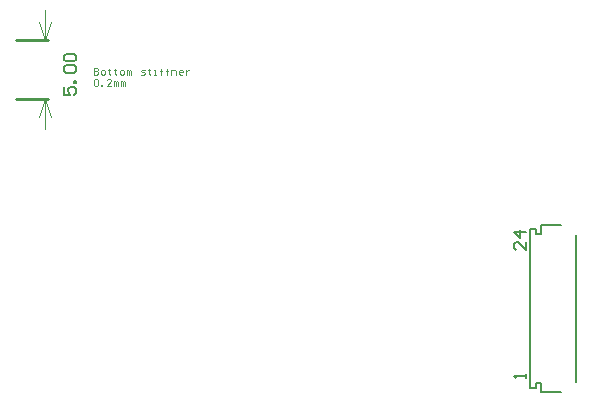
<source format=gto>
G04*
G04 #@! TF.GenerationSoftware,Altium Limited,Altium Designer,22.3.1 (43)*
G04*
G04 Layer_Color=65535*
%FSLAX25Y25*%
%MOIN*%
G70*
G04*
G04 #@! TF.SameCoordinates,92B69D45-59D0-419F-891E-8DCF12F20353*
G04*
G04*
G04 #@! TF.FilePolarity,Positive*
G04*
G01*
G75*
%ADD10C,0.01000*%
%ADD11C,0.00394*%
%ADD12C,0.00787*%
%ADD13C,0.00600*%
D10*
X49213Y98425D02*
X60055D01*
X49213Y118110D02*
X60055D01*
D11*
X59055D02*
Y128110D01*
Y88425D02*
Y98425D01*
Y118110D02*
X61055Y124110D01*
X57055D02*
X59055Y118110D01*
X57055Y92425D02*
X59055Y98425D01*
X61055Y92425D01*
X75197Y108896D02*
Y106535D01*
X76378D01*
X76771Y106928D01*
Y107322D01*
X76378Y107715D01*
X75197D01*
X76378D01*
X76771Y108109D01*
Y108502D01*
X76378Y108896D01*
X75197D01*
X77952Y106535D02*
X78739D01*
X79133Y106928D01*
Y107715D01*
X78739Y108109D01*
X77952D01*
X77558Y107715D01*
Y106928D01*
X77952Y106535D01*
X80313Y108502D02*
Y108109D01*
X79920D01*
X80707D01*
X80313D01*
Y106928D01*
X80707Y106535D01*
X82281Y108502D02*
Y108109D01*
X81888D01*
X82675D01*
X82281D01*
Y106928D01*
X82675Y106535D01*
X84249D02*
X85036D01*
X85430Y106928D01*
Y107715D01*
X85036Y108109D01*
X84249D01*
X83855Y107715D01*
Y106928D01*
X84249Y106535D01*
X86217D02*
Y108109D01*
X86611D01*
X87004Y107715D01*
Y106535D01*
Y107715D01*
X87398Y108109D01*
X87791Y107715D01*
Y106535D01*
X90940D02*
X92120D01*
X92514Y106928D01*
X92120Y107322D01*
X91333D01*
X90940Y107715D01*
X91333Y108109D01*
X92514D01*
X93695Y108502D02*
Y108109D01*
X93301D01*
X94088D01*
X93695D01*
Y106928D01*
X94088Y106535D01*
X95269D02*
X96056D01*
X95663D01*
Y108109D01*
X95269D01*
X97631Y106535D02*
Y108502D01*
Y107715D01*
X97237D01*
X98024D01*
X97631D01*
Y108502D01*
X98024Y108896D01*
X99598Y106535D02*
Y108502D01*
Y107715D01*
X99205D01*
X99992D01*
X99598D01*
Y108502D01*
X99992Y108896D01*
X101173Y106535D02*
Y108109D01*
X102353D01*
X102747Y107715D01*
Y106535D01*
X104715D02*
X103928D01*
X103534Y106928D01*
Y107715D01*
X103928Y108109D01*
X104715D01*
X105108Y107715D01*
Y107322D01*
X103534D01*
X105895Y108109D02*
Y106535D01*
Y107322D01*
X106289Y107715D01*
X106683Y108109D01*
X107076D01*
X75197Y104724D02*
X75590Y105117D01*
X76378D01*
X76771Y104724D01*
Y103149D01*
X76378Y102756D01*
X75590D01*
X75197Y103149D01*
Y104724D01*
X77558Y102756D02*
Y103149D01*
X77952D01*
Y102756D01*
X77558D01*
X81100D02*
X79526D01*
X81100Y104330D01*
Y104724D01*
X80707Y105117D01*
X79920D01*
X79526Y104724D01*
X81888Y102756D02*
Y104330D01*
X82281D01*
X82675Y103937D01*
Y102756D01*
Y103937D01*
X83068Y104330D01*
X83462Y103937D01*
Y102756D01*
X84249D02*
Y104330D01*
X84643D01*
X85036Y103937D01*
Y102756D01*
Y103937D01*
X85430Y104330D01*
X85823Y103937D01*
Y102756D01*
D12*
X224213Y56398D02*
X231102D01*
X224213Y53347D02*
Y56398D01*
X222736Y53347D02*
X224213D01*
X222736D02*
Y55118D01*
X220768D02*
X222736D01*
X220768Y1969D02*
Y55118D01*
Y1969D02*
X222736D01*
Y3740D01*
X224213D01*
Y689D02*
Y3740D01*
Y689D02*
X231102D01*
X235925Y3937D02*
Y53150D01*
D13*
X65391Y102404D02*
Y99780D01*
X67359D01*
X66703Y101092D01*
Y101748D01*
X67359Y102404D01*
X68671D01*
X69327Y101748D01*
Y100436D01*
X68671Y99780D01*
X69327Y103716D02*
X68671D01*
Y104372D01*
X69327D01*
Y103716D01*
X66047Y106996D02*
X65391Y107652D01*
Y108964D01*
X66047Y109619D01*
X68671D01*
X69327Y108964D01*
Y107652D01*
X68671Y106996D01*
X66047D01*
Y110931D02*
X65391Y111587D01*
Y112899D01*
X66047Y113555D01*
X68671D01*
X69327Y112899D01*
Y111587D01*
X68671Y110931D01*
X66047D01*
X219291Y5315D02*
Y6648D01*
Y5982D01*
X215293D01*
X215959Y5315D01*
X219291Y50894D02*
Y48228D01*
X216625Y50894D01*
X215959D01*
X215293Y50228D01*
Y48895D01*
X215959Y48228D01*
X219291Y54226D02*
X215293D01*
X217292Y52227D01*
Y54893D01*
M02*

</source>
